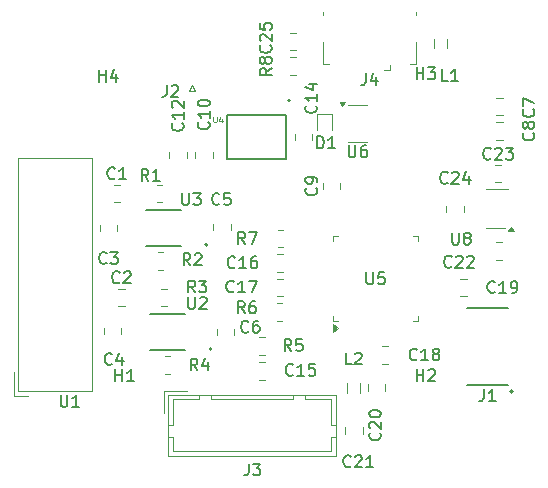
<source format=gbr>
%TF.GenerationSoftware,KiCad,Pcbnew,8.0.8*%
%TF.CreationDate,2025-04-15T16:12:00+02:00*%
%TF.ProjectId,gFocus,67466f63-7573-42e6-9b69-6361645f7063,rev?*%
%TF.SameCoordinates,Original*%
%TF.FileFunction,Legend,Top*%
%TF.FilePolarity,Positive*%
%FSLAX46Y46*%
G04 Gerber Fmt 4.6, Leading zero omitted, Abs format (unit mm)*
G04 Created by KiCad (PCBNEW 8.0.8) date 2025-04-15 16:12:00*
%MOMM*%
%LPD*%
G01*
G04 APERTURE LIST*
%ADD10C,0.150000*%
%ADD11C,0.120191*%
%ADD12C,0.100000*%
%ADD13C,0.120000*%
%ADD14C,0.127000*%
%ADD15C,0.200000*%
G04 APERTURE END LIST*
D10*
X127738095Y-107837319D02*
X127738095Y-108646842D01*
X127738095Y-108646842D02*
X127785714Y-108742080D01*
X127785714Y-108742080D02*
X127833333Y-108789700D01*
X127833333Y-108789700D02*
X127928571Y-108837319D01*
X127928571Y-108837319D02*
X128119047Y-108837319D01*
X128119047Y-108837319D02*
X128214285Y-108789700D01*
X128214285Y-108789700D02*
X128261904Y-108742080D01*
X128261904Y-108742080D02*
X128309523Y-108646842D01*
X128309523Y-108646842D02*
X128309523Y-107837319D01*
X129309523Y-108837319D02*
X128738095Y-108837319D01*
X129023809Y-108837319D02*
X129023809Y-107837319D01*
X129023809Y-107837319D02*
X128928571Y-107980176D01*
X128928571Y-107980176D02*
X128833333Y-108075414D01*
X128833333Y-108075414D02*
X128738095Y-108123033D01*
X149379580Y-90316666D02*
X149427200Y-90364285D01*
X149427200Y-90364285D02*
X149474819Y-90507142D01*
X149474819Y-90507142D02*
X149474819Y-90602380D01*
X149474819Y-90602380D02*
X149427200Y-90745237D01*
X149427200Y-90745237D02*
X149331961Y-90840475D01*
X149331961Y-90840475D02*
X149236723Y-90888094D01*
X149236723Y-90888094D02*
X149046247Y-90935713D01*
X149046247Y-90935713D02*
X148903390Y-90935713D01*
X148903390Y-90935713D02*
X148712914Y-90888094D01*
X148712914Y-90888094D02*
X148617676Y-90840475D01*
X148617676Y-90840475D02*
X148522438Y-90745237D01*
X148522438Y-90745237D02*
X148474819Y-90602380D01*
X148474819Y-90602380D02*
X148474819Y-90507142D01*
X148474819Y-90507142D02*
X148522438Y-90364285D01*
X148522438Y-90364285D02*
X148570057Y-90316666D01*
X149474819Y-89840475D02*
X149474819Y-89649999D01*
X149474819Y-89649999D02*
X149427200Y-89554761D01*
X149427200Y-89554761D02*
X149379580Y-89507142D01*
X149379580Y-89507142D02*
X149236723Y-89411904D01*
X149236723Y-89411904D02*
X149046247Y-89364285D01*
X149046247Y-89364285D02*
X148665295Y-89364285D01*
X148665295Y-89364285D02*
X148570057Y-89411904D01*
X148570057Y-89411904D02*
X148522438Y-89459523D01*
X148522438Y-89459523D02*
X148474819Y-89554761D01*
X148474819Y-89554761D02*
X148474819Y-89745237D01*
X148474819Y-89745237D02*
X148522438Y-89840475D01*
X148522438Y-89840475D02*
X148570057Y-89888094D01*
X148570057Y-89888094D02*
X148665295Y-89935713D01*
X148665295Y-89935713D02*
X148903390Y-89935713D01*
X148903390Y-89935713D02*
X148998628Y-89888094D01*
X148998628Y-89888094D02*
X149046247Y-89840475D01*
X149046247Y-89840475D02*
X149093866Y-89745237D01*
X149093866Y-89745237D02*
X149093866Y-89554761D01*
X149093866Y-89554761D02*
X149046247Y-89459523D01*
X149046247Y-89459523D02*
X148998628Y-89411904D01*
X148998628Y-89411904D02*
X148903390Y-89364285D01*
X167759580Y-83666666D02*
X167807200Y-83714285D01*
X167807200Y-83714285D02*
X167854819Y-83857142D01*
X167854819Y-83857142D02*
X167854819Y-83952380D01*
X167854819Y-83952380D02*
X167807200Y-84095237D01*
X167807200Y-84095237D02*
X167711961Y-84190475D01*
X167711961Y-84190475D02*
X167616723Y-84238094D01*
X167616723Y-84238094D02*
X167426247Y-84285713D01*
X167426247Y-84285713D02*
X167283390Y-84285713D01*
X167283390Y-84285713D02*
X167092914Y-84238094D01*
X167092914Y-84238094D02*
X166997676Y-84190475D01*
X166997676Y-84190475D02*
X166902438Y-84095237D01*
X166902438Y-84095237D02*
X166854819Y-83952380D01*
X166854819Y-83952380D02*
X166854819Y-83857142D01*
X166854819Y-83857142D02*
X166902438Y-83714285D01*
X166902438Y-83714285D02*
X166950057Y-83666666D01*
X166854819Y-83333332D02*
X166854819Y-82666666D01*
X166854819Y-82666666D02*
X167854819Y-83095237D01*
X145509580Y-78242857D02*
X145557200Y-78290476D01*
X145557200Y-78290476D02*
X145604819Y-78433333D01*
X145604819Y-78433333D02*
X145604819Y-78528571D01*
X145604819Y-78528571D02*
X145557200Y-78671428D01*
X145557200Y-78671428D02*
X145461961Y-78766666D01*
X145461961Y-78766666D02*
X145366723Y-78814285D01*
X145366723Y-78814285D02*
X145176247Y-78861904D01*
X145176247Y-78861904D02*
X145033390Y-78861904D01*
X145033390Y-78861904D02*
X144842914Y-78814285D01*
X144842914Y-78814285D02*
X144747676Y-78766666D01*
X144747676Y-78766666D02*
X144652438Y-78671428D01*
X144652438Y-78671428D02*
X144604819Y-78528571D01*
X144604819Y-78528571D02*
X144604819Y-78433333D01*
X144604819Y-78433333D02*
X144652438Y-78290476D01*
X144652438Y-78290476D02*
X144700057Y-78242857D01*
X144700057Y-77861904D02*
X144652438Y-77814285D01*
X144652438Y-77814285D02*
X144604819Y-77719047D01*
X144604819Y-77719047D02*
X144604819Y-77480952D01*
X144604819Y-77480952D02*
X144652438Y-77385714D01*
X144652438Y-77385714D02*
X144700057Y-77338095D01*
X144700057Y-77338095D02*
X144795295Y-77290476D01*
X144795295Y-77290476D02*
X144890533Y-77290476D01*
X144890533Y-77290476D02*
X145033390Y-77338095D01*
X145033390Y-77338095D02*
X145604819Y-77909523D01*
X145604819Y-77909523D02*
X145604819Y-77290476D01*
X144604819Y-76385714D02*
X144604819Y-76861904D01*
X144604819Y-76861904D02*
X145081009Y-76909523D01*
X145081009Y-76909523D02*
X145033390Y-76861904D01*
X145033390Y-76861904D02*
X144985771Y-76766666D01*
X144985771Y-76766666D02*
X144985771Y-76528571D01*
X144985771Y-76528571D02*
X145033390Y-76433333D01*
X145033390Y-76433333D02*
X145081009Y-76385714D01*
X145081009Y-76385714D02*
X145176247Y-76338095D01*
X145176247Y-76338095D02*
X145414342Y-76338095D01*
X145414342Y-76338095D02*
X145509580Y-76385714D01*
X145509580Y-76385714D02*
X145557200Y-76433333D01*
X145557200Y-76433333D02*
X145604819Y-76528571D01*
X145604819Y-76528571D02*
X145604819Y-76766666D01*
X145604819Y-76766666D02*
X145557200Y-76861904D01*
X145557200Y-76861904D02*
X145509580Y-76909523D01*
X145604819Y-80166666D02*
X145128628Y-80499999D01*
X145604819Y-80738094D02*
X144604819Y-80738094D01*
X144604819Y-80738094D02*
X144604819Y-80357142D01*
X144604819Y-80357142D02*
X144652438Y-80261904D01*
X144652438Y-80261904D02*
X144700057Y-80214285D01*
X144700057Y-80214285D02*
X144795295Y-80166666D01*
X144795295Y-80166666D02*
X144938152Y-80166666D01*
X144938152Y-80166666D02*
X145033390Y-80214285D01*
X145033390Y-80214285D02*
X145081009Y-80261904D01*
X145081009Y-80261904D02*
X145128628Y-80357142D01*
X145128628Y-80357142D02*
X145128628Y-80738094D01*
X145033390Y-79595237D02*
X144985771Y-79690475D01*
X144985771Y-79690475D02*
X144938152Y-79738094D01*
X144938152Y-79738094D02*
X144842914Y-79785713D01*
X144842914Y-79785713D02*
X144795295Y-79785713D01*
X144795295Y-79785713D02*
X144700057Y-79738094D01*
X144700057Y-79738094D02*
X144652438Y-79690475D01*
X144652438Y-79690475D02*
X144604819Y-79595237D01*
X144604819Y-79595237D02*
X144604819Y-79404761D01*
X144604819Y-79404761D02*
X144652438Y-79309523D01*
X144652438Y-79309523D02*
X144700057Y-79261904D01*
X144700057Y-79261904D02*
X144795295Y-79214285D01*
X144795295Y-79214285D02*
X144842914Y-79214285D01*
X144842914Y-79214285D02*
X144938152Y-79261904D01*
X144938152Y-79261904D02*
X144985771Y-79309523D01*
X144985771Y-79309523D02*
X145033390Y-79404761D01*
X145033390Y-79404761D02*
X145033390Y-79595237D01*
X145033390Y-79595237D02*
X145081009Y-79690475D01*
X145081009Y-79690475D02*
X145128628Y-79738094D01*
X145128628Y-79738094D02*
X145223866Y-79785713D01*
X145223866Y-79785713D02*
X145414342Y-79785713D01*
X145414342Y-79785713D02*
X145509580Y-79738094D01*
X145509580Y-79738094D02*
X145557200Y-79690475D01*
X145557200Y-79690475D02*
X145604819Y-79595237D01*
X145604819Y-79595237D02*
X145604819Y-79404761D01*
X145604819Y-79404761D02*
X145557200Y-79309523D01*
X145557200Y-79309523D02*
X145509580Y-79261904D01*
X145509580Y-79261904D02*
X145414342Y-79214285D01*
X145414342Y-79214285D02*
X145223866Y-79214285D01*
X145223866Y-79214285D02*
X145128628Y-79261904D01*
X145128628Y-79261904D02*
X145081009Y-79309523D01*
X145081009Y-79309523D02*
X145033390Y-79404761D01*
X157888095Y-106654819D02*
X157888095Y-105654819D01*
X157888095Y-106131009D02*
X158459523Y-106131009D01*
X158459523Y-106654819D02*
X158459523Y-105654819D01*
X158888095Y-105750057D02*
X158935714Y-105702438D01*
X158935714Y-105702438D02*
X159030952Y-105654819D01*
X159030952Y-105654819D02*
X159269047Y-105654819D01*
X159269047Y-105654819D02*
X159364285Y-105702438D01*
X159364285Y-105702438D02*
X159411904Y-105750057D01*
X159411904Y-105750057D02*
X159459523Y-105845295D01*
X159459523Y-105845295D02*
X159459523Y-105940533D01*
X159459523Y-105940533D02*
X159411904Y-106083390D01*
X159411904Y-106083390D02*
X158840476Y-106654819D01*
X158840476Y-106654819D02*
X159459523Y-106654819D01*
X141183333Y-91659580D02*
X141135714Y-91707200D01*
X141135714Y-91707200D02*
X140992857Y-91754819D01*
X140992857Y-91754819D02*
X140897619Y-91754819D01*
X140897619Y-91754819D02*
X140754762Y-91707200D01*
X140754762Y-91707200D02*
X140659524Y-91611961D01*
X140659524Y-91611961D02*
X140611905Y-91516723D01*
X140611905Y-91516723D02*
X140564286Y-91326247D01*
X140564286Y-91326247D02*
X140564286Y-91183390D01*
X140564286Y-91183390D02*
X140611905Y-90992914D01*
X140611905Y-90992914D02*
X140659524Y-90897676D01*
X140659524Y-90897676D02*
X140754762Y-90802438D01*
X140754762Y-90802438D02*
X140897619Y-90754819D01*
X140897619Y-90754819D02*
X140992857Y-90754819D01*
X140992857Y-90754819D02*
X141135714Y-90802438D01*
X141135714Y-90802438D02*
X141183333Y-90850057D01*
X142088095Y-90754819D02*
X141611905Y-90754819D01*
X141611905Y-90754819D02*
X141564286Y-91231009D01*
X141564286Y-91231009D02*
X141611905Y-91183390D01*
X141611905Y-91183390D02*
X141707143Y-91135771D01*
X141707143Y-91135771D02*
X141945238Y-91135771D01*
X141945238Y-91135771D02*
X142040476Y-91183390D01*
X142040476Y-91183390D02*
X142088095Y-91231009D01*
X142088095Y-91231009D02*
X142135714Y-91326247D01*
X142135714Y-91326247D02*
X142135714Y-91564342D01*
X142135714Y-91564342D02*
X142088095Y-91659580D01*
X142088095Y-91659580D02*
X142040476Y-91707200D01*
X142040476Y-91707200D02*
X141945238Y-91754819D01*
X141945238Y-91754819D02*
X141707143Y-91754819D01*
X141707143Y-91754819D02*
X141611905Y-91707200D01*
X141611905Y-91707200D02*
X141564286Y-91659580D01*
X140259580Y-84742857D02*
X140307200Y-84790476D01*
X140307200Y-84790476D02*
X140354819Y-84933333D01*
X140354819Y-84933333D02*
X140354819Y-85028571D01*
X140354819Y-85028571D02*
X140307200Y-85171428D01*
X140307200Y-85171428D02*
X140211961Y-85266666D01*
X140211961Y-85266666D02*
X140116723Y-85314285D01*
X140116723Y-85314285D02*
X139926247Y-85361904D01*
X139926247Y-85361904D02*
X139783390Y-85361904D01*
X139783390Y-85361904D02*
X139592914Y-85314285D01*
X139592914Y-85314285D02*
X139497676Y-85266666D01*
X139497676Y-85266666D02*
X139402438Y-85171428D01*
X139402438Y-85171428D02*
X139354819Y-85028571D01*
X139354819Y-85028571D02*
X139354819Y-84933333D01*
X139354819Y-84933333D02*
X139402438Y-84790476D01*
X139402438Y-84790476D02*
X139450057Y-84742857D01*
X140354819Y-83790476D02*
X140354819Y-84361904D01*
X140354819Y-84076190D02*
X139354819Y-84076190D01*
X139354819Y-84076190D02*
X139497676Y-84171428D01*
X139497676Y-84171428D02*
X139592914Y-84266666D01*
X139592914Y-84266666D02*
X139640533Y-84361904D01*
X139354819Y-83171428D02*
X139354819Y-83076190D01*
X139354819Y-83076190D02*
X139402438Y-82980952D01*
X139402438Y-82980952D02*
X139450057Y-82933333D01*
X139450057Y-82933333D02*
X139545295Y-82885714D01*
X139545295Y-82885714D02*
X139735771Y-82838095D01*
X139735771Y-82838095D02*
X139973866Y-82838095D01*
X139973866Y-82838095D02*
X140164342Y-82885714D01*
X140164342Y-82885714D02*
X140259580Y-82933333D01*
X140259580Y-82933333D02*
X140307200Y-82980952D01*
X140307200Y-82980952D02*
X140354819Y-83076190D01*
X140354819Y-83076190D02*
X140354819Y-83171428D01*
X140354819Y-83171428D02*
X140307200Y-83266666D01*
X140307200Y-83266666D02*
X140259580Y-83314285D01*
X140259580Y-83314285D02*
X140164342Y-83361904D01*
X140164342Y-83361904D02*
X139973866Y-83409523D01*
X139973866Y-83409523D02*
X139735771Y-83409523D01*
X139735771Y-83409523D02*
X139545295Y-83361904D01*
X139545295Y-83361904D02*
X139450057Y-83314285D01*
X139450057Y-83314285D02*
X139402438Y-83266666D01*
X139402438Y-83266666D02*
X139354819Y-83171428D01*
X138059580Y-84842857D02*
X138107200Y-84890476D01*
X138107200Y-84890476D02*
X138154819Y-85033333D01*
X138154819Y-85033333D02*
X138154819Y-85128571D01*
X138154819Y-85128571D02*
X138107200Y-85271428D01*
X138107200Y-85271428D02*
X138011961Y-85366666D01*
X138011961Y-85366666D02*
X137916723Y-85414285D01*
X137916723Y-85414285D02*
X137726247Y-85461904D01*
X137726247Y-85461904D02*
X137583390Y-85461904D01*
X137583390Y-85461904D02*
X137392914Y-85414285D01*
X137392914Y-85414285D02*
X137297676Y-85366666D01*
X137297676Y-85366666D02*
X137202438Y-85271428D01*
X137202438Y-85271428D02*
X137154819Y-85128571D01*
X137154819Y-85128571D02*
X137154819Y-85033333D01*
X137154819Y-85033333D02*
X137202438Y-84890476D01*
X137202438Y-84890476D02*
X137250057Y-84842857D01*
X138154819Y-83890476D02*
X138154819Y-84461904D01*
X138154819Y-84176190D02*
X137154819Y-84176190D01*
X137154819Y-84176190D02*
X137297676Y-84271428D01*
X137297676Y-84271428D02*
X137392914Y-84366666D01*
X137392914Y-84366666D02*
X137440533Y-84461904D01*
X137250057Y-83509523D02*
X137202438Y-83461904D01*
X137202438Y-83461904D02*
X137154819Y-83366666D01*
X137154819Y-83366666D02*
X137154819Y-83128571D01*
X137154819Y-83128571D02*
X137202438Y-83033333D01*
X137202438Y-83033333D02*
X137250057Y-82985714D01*
X137250057Y-82985714D02*
X137345295Y-82938095D01*
X137345295Y-82938095D02*
X137440533Y-82938095D01*
X137440533Y-82938095D02*
X137583390Y-82985714D01*
X137583390Y-82985714D02*
X138154819Y-83557142D01*
X138154819Y-83557142D02*
X138154819Y-82938095D01*
X143633333Y-102459580D02*
X143585714Y-102507200D01*
X143585714Y-102507200D02*
X143442857Y-102554819D01*
X143442857Y-102554819D02*
X143347619Y-102554819D01*
X143347619Y-102554819D02*
X143204762Y-102507200D01*
X143204762Y-102507200D02*
X143109524Y-102411961D01*
X143109524Y-102411961D02*
X143061905Y-102316723D01*
X143061905Y-102316723D02*
X143014286Y-102126247D01*
X143014286Y-102126247D02*
X143014286Y-101983390D01*
X143014286Y-101983390D02*
X143061905Y-101792914D01*
X143061905Y-101792914D02*
X143109524Y-101697676D01*
X143109524Y-101697676D02*
X143204762Y-101602438D01*
X143204762Y-101602438D02*
X143347619Y-101554819D01*
X143347619Y-101554819D02*
X143442857Y-101554819D01*
X143442857Y-101554819D02*
X143585714Y-101602438D01*
X143585714Y-101602438D02*
X143633333Y-101650057D01*
X144490476Y-101554819D02*
X144300000Y-101554819D01*
X144300000Y-101554819D02*
X144204762Y-101602438D01*
X144204762Y-101602438D02*
X144157143Y-101650057D01*
X144157143Y-101650057D02*
X144061905Y-101792914D01*
X144061905Y-101792914D02*
X144014286Y-101983390D01*
X144014286Y-101983390D02*
X144014286Y-102364342D01*
X144014286Y-102364342D02*
X144061905Y-102459580D01*
X144061905Y-102459580D02*
X144109524Y-102507200D01*
X144109524Y-102507200D02*
X144204762Y-102554819D01*
X144204762Y-102554819D02*
X144395238Y-102554819D01*
X144395238Y-102554819D02*
X144490476Y-102507200D01*
X144490476Y-102507200D02*
X144538095Y-102459580D01*
X144538095Y-102459580D02*
X144585714Y-102364342D01*
X144585714Y-102364342D02*
X144585714Y-102126247D01*
X144585714Y-102126247D02*
X144538095Y-102031009D01*
X144538095Y-102031009D02*
X144490476Y-101983390D01*
X144490476Y-101983390D02*
X144395238Y-101935771D01*
X144395238Y-101935771D02*
X144204762Y-101935771D01*
X144204762Y-101935771D02*
X144109524Y-101983390D01*
X144109524Y-101983390D02*
X144061905Y-102031009D01*
X144061905Y-102031009D02*
X144014286Y-102126247D01*
X164507142Y-99109580D02*
X164459523Y-99157200D01*
X164459523Y-99157200D02*
X164316666Y-99204819D01*
X164316666Y-99204819D02*
X164221428Y-99204819D01*
X164221428Y-99204819D02*
X164078571Y-99157200D01*
X164078571Y-99157200D02*
X163983333Y-99061961D01*
X163983333Y-99061961D02*
X163935714Y-98966723D01*
X163935714Y-98966723D02*
X163888095Y-98776247D01*
X163888095Y-98776247D02*
X163888095Y-98633390D01*
X163888095Y-98633390D02*
X163935714Y-98442914D01*
X163935714Y-98442914D02*
X163983333Y-98347676D01*
X163983333Y-98347676D02*
X164078571Y-98252438D01*
X164078571Y-98252438D02*
X164221428Y-98204819D01*
X164221428Y-98204819D02*
X164316666Y-98204819D01*
X164316666Y-98204819D02*
X164459523Y-98252438D01*
X164459523Y-98252438D02*
X164507142Y-98300057D01*
X165459523Y-99204819D02*
X164888095Y-99204819D01*
X165173809Y-99204819D02*
X165173809Y-98204819D01*
X165173809Y-98204819D02*
X165078571Y-98347676D01*
X165078571Y-98347676D02*
X164983333Y-98442914D01*
X164983333Y-98442914D02*
X164888095Y-98490533D01*
X165935714Y-99204819D02*
X166126190Y-99204819D01*
X166126190Y-99204819D02*
X166221428Y-99157200D01*
X166221428Y-99157200D02*
X166269047Y-99109580D01*
X166269047Y-99109580D02*
X166364285Y-98966723D01*
X166364285Y-98966723D02*
X166411904Y-98776247D01*
X166411904Y-98776247D02*
X166411904Y-98395295D01*
X166411904Y-98395295D02*
X166364285Y-98300057D01*
X166364285Y-98300057D02*
X166316666Y-98252438D01*
X166316666Y-98252438D02*
X166221428Y-98204819D01*
X166221428Y-98204819D02*
X166030952Y-98204819D01*
X166030952Y-98204819D02*
X165935714Y-98252438D01*
X165935714Y-98252438D02*
X165888095Y-98300057D01*
X165888095Y-98300057D02*
X165840476Y-98395295D01*
X165840476Y-98395295D02*
X165840476Y-98633390D01*
X165840476Y-98633390D02*
X165888095Y-98728628D01*
X165888095Y-98728628D02*
X165935714Y-98776247D01*
X165935714Y-98776247D02*
X166030952Y-98823866D01*
X166030952Y-98823866D02*
X166221428Y-98823866D01*
X166221428Y-98823866D02*
X166316666Y-98776247D01*
X166316666Y-98776247D02*
X166364285Y-98728628D01*
X166364285Y-98728628D02*
X166411904Y-98633390D01*
X160844642Y-96959580D02*
X160797023Y-97007200D01*
X160797023Y-97007200D02*
X160654166Y-97054819D01*
X160654166Y-97054819D02*
X160558928Y-97054819D01*
X160558928Y-97054819D02*
X160416071Y-97007200D01*
X160416071Y-97007200D02*
X160320833Y-96911961D01*
X160320833Y-96911961D02*
X160273214Y-96816723D01*
X160273214Y-96816723D02*
X160225595Y-96626247D01*
X160225595Y-96626247D02*
X160225595Y-96483390D01*
X160225595Y-96483390D02*
X160273214Y-96292914D01*
X160273214Y-96292914D02*
X160320833Y-96197676D01*
X160320833Y-96197676D02*
X160416071Y-96102438D01*
X160416071Y-96102438D02*
X160558928Y-96054819D01*
X160558928Y-96054819D02*
X160654166Y-96054819D01*
X160654166Y-96054819D02*
X160797023Y-96102438D01*
X160797023Y-96102438D02*
X160844642Y-96150057D01*
X161225595Y-96150057D02*
X161273214Y-96102438D01*
X161273214Y-96102438D02*
X161368452Y-96054819D01*
X161368452Y-96054819D02*
X161606547Y-96054819D01*
X161606547Y-96054819D02*
X161701785Y-96102438D01*
X161701785Y-96102438D02*
X161749404Y-96150057D01*
X161749404Y-96150057D02*
X161797023Y-96245295D01*
X161797023Y-96245295D02*
X161797023Y-96340533D01*
X161797023Y-96340533D02*
X161749404Y-96483390D01*
X161749404Y-96483390D02*
X161177976Y-97054819D01*
X161177976Y-97054819D02*
X161797023Y-97054819D01*
X162177976Y-96150057D02*
X162225595Y-96102438D01*
X162225595Y-96102438D02*
X162320833Y-96054819D01*
X162320833Y-96054819D02*
X162558928Y-96054819D01*
X162558928Y-96054819D02*
X162654166Y-96102438D01*
X162654166Y-96102438D02*
X162701785Y-96150057D01*
X162701785Y-96150057D02*
X162749404Y-96245295D01*
X162749404Y-96245295D02*
X162749404Y-96340533D01*
X162749404Y-96340533D02*
X162701785Y-96483390D01*
X162701785Y-96483390D02*
X162130357Y-97054819D01*
X162130357Y-97054819D02*
X162749404Y-97054819D01*
X142407142Y-99059580D02*
X142359523Y-99107200D01*
X142359523Y-99107200D02*
X142216666Y-99154819D01*
X142216666Y-99154819D02*
X142121428Y-99154819D01*
X142121428Y-99154819D02*
X141978571Y-99107200D01*
X141978571Y-99107200D02*
X141883333Y-99011961D01*
X141883333Y-99011961D02*
X141835714Y-98916723D01*
X141835714Y-98916723D02*
X141788095Y-98726247D01*
X141788095Y-98726247D02*
X141788095Y-98583390D01*
X141788095Y-98583390D02*
X141835714Y-98392914D01*
X141835714Y-98392914D02*
X141883333Y-98297676D01*
X141883333Y-98297676D02*
X141978571Y-98202438D01*
X141978571Y-98202438D02*
X142121428Y-98154819D01*
X142121428Y-98154819D02*
X142216666Y-98154819D01*
X142216666Y-98154819D02*
X142359523Y-98202438D01*
X142359523Y-98202438D02*
X142407142Y-98250057D01*
X143359523Y-99154819D02*
X142788095Y-99154819D01*
X143073809Y-99154819D02*
X143073809Y-98154819D01*
X143073809Y-98154819D02*
X142978571Y-98297676D01*
X142978571Y-98297676D02*
X142883333Y-98392914D01*
X142883333Y-98392914D02*
X142788095Y-98440533D01*
X143692857Y-98154819D02*
X144359523Y-98154819D01*
X144359523Y-98154819D02*
X143930952Y-99154819D01*
X164157142Y-87809580D02*
X164109523Y-87857200D01*
X164109523Y-87857200D02*
X163966666Y-87904819D01*
X163966666Y-87904819D02*
X163871428Y-87904819D01*
X163871428Y-87904819D02*
X163728571Y-87857200D01*
X163728571Y-87857200D02*
X163633333Y-87761961D01*
X163633333Y-87761961D02*
X163585714Y-87666723D01*
X163585714Y-87666723D02*
X163538095Y-87476247D01*
X163538095Y-87476247D02*
X163538095Y-87333390D01*
X163538095Y-87333390D02*
X163585714Y-87142914D01*
X163585714Y-87142914D02*
X163633333Y-87047676D01*
X163633333Y-87047676D02*
X163728571Y-86952438D01*
X163728571Y-86952438D02*
X163871428Y-86904819D01*
X163871428Y-86904819D02*
X163966666Y-86904819D01*
X163966666Y-86904819D02*
X164109523Y-86952438D01*
X164109523Y-86952438D02*
X164157142Y-87000057D01*
X164538095Y-87000057D02*
X164585714Y-86952438D01*
X164585714Y-86952438D02*
X164680952Y-86904819D01*
X164680952Y-86904819D02*
X164919047Y-86904819D01*
X164919047Y-86904819D02*
X165014285Y-86952438D01*
X165014285Y-86952438D02*
X165061904Y-87000057D01*
X165061904Y-87000057D02*
X165109523Y-87095295D01*
X165109523Y-87095295D02*
X165109523Y-87190533D01*
X165109523Y-87190533D02*
X165061904Y-87333390D01*
X165061904Y-87333390D02*
X164490476Y-87904819D01*
X164490476Y-87904819D02*
X165109523Y-87904819D01*
X165442857Y-86904819D02*
X166061904Y-86904819D01*
X166061904Y-86904819D02*
X165728571Y-87285771D01*
X165728571Y-87285771D02*
X165871428Y-87285771D01*
X165871428Y-87285771D02*
X165966666Y-87333390D01*
X165966666Y-87333390D02*
X166014285Y-87381009D01*
X166014285Y-87381009D02*
X166061904Y-87476247D01*
X166061904Y-87476247D02*
X166061904Y-87714342D01*
X166061904Y-87714342D02*
X166014285Y-87809580D01*
X166014285Y-87809580D02*
X165966666Y-87857200D01*
X165966666Y-87857200D02*
X165871428Y-87904819D01*
X165871428Y-87904819D02*
X165585714Y-87904819D01*
X165585714Y-87904819D02*
X165490476Y-87857200D01*
X165490476Y-87857200D02*
X165442857Y-87809580D01*
X143370833Y-95054819D02*
X143037500Y-94578628D01*
X142799405Y-95054819D02*
X142799405Y-94054819D01*
X142799405Y-94054819D02*
X143180357Y-94054819D01*
X143180357Y-94054819D02*
X143275595Y-94102438D01*
X143275595Y-94102438D02*
X143323214Y-94150057D01*
X143323214Y-94150057D02*
X143370833Y-94245295D01*
X143370833Y-94245295D02*
X143370833Y-94388152D01*
X143370833Y-94388152D02*
X143323214Y-94483390D01*
X143323214Y-94483390D02*
X143275595Y-94531009D01*
X143275595Y-94531009D02*
X143180357Y-94578628D01*
X143180357Y-94578628D02*
X142799405Y-94578628D01*
X143704167Y-94054819D02*
X144370833Y-94054819D01*
X144370833Y-94054819D02*
X143942262Y-95054819D01*
X139333333Y-105754819D02*
X139000000Y-105278628D01*
X138761905Y-105754819D02*
X138761905Y-104754819D01*
X138761905Y-104754819D02*
X139142857Y-104754819D01*
X139142857Y-104754819D02*
X139238095Y-104802438D01*
X139238095Y-104802438D02*
X139285714Y-104850057D01*
X139285714Y-104850057D02*
X139333333Y-104945295D01*
X139333333Y-104945295D02*
X139333333Y-105088152D01*
X139333333Y-105088152D02*
X139285714Y-105183390D01*
X139285714Y-105183390D02*
X139238095Y-105231009D01*
X139238095Y-105231009D02*
X139142857Y-105278628D01*
X139142857Y-105278628D02*
X138761905Y-105278628D01*
X140190476Y-105088152D02*
X140190476Y-105754819D01*
X139952381Y-104707200D02*
X139714286Y-105421485D01*
X139714286Y-105421485D02*
X140333333Y-105421485D01*
X149359580Y-83342857D02*
X149407200Y-83390476D01*
X149407200Y-83390476D02*
X149454819Y-83533333D01*
X149454819Y-83533333D02*
X149454819Y-83628571D01*
X149454819Y-83628571D02*
X149407200Y-83771428D01*
X149407200Y-83771428D02*
X149311961Y-83866666D01*
X149311961Y-83866666D02*
X149216723Y-83914285D01*
X149216723Y-83914285D02*
X149026247Y-83961904D01*
X149026247Y-83961904D02*
X148883390Y-83961904D01*
X148883390Y-83961904D02*
X148692914Y-83914285D01*
X148692914Y-83914285D02*
X148597676Y-83866666D01*
X148597676Y-83866666D02*
X148502438Y-83771428D01*
X148502438Y-83771428D02*
X148454819Y-83628571D01*
X148454819Y-83628571D02*
X148454819Y-83533333D01*
X148454819Y-83533333D02*
X148502438Y-83390476D01*
X148502438Y-83390476D02*
X148550057Y-83342857D01*
X149454819Y-82390476D02*
X149454819Y-82961904D01*
X149454819Y-82676190D02*
X148454819Y-82676190D01*
X148454819Y-82676190D02*
X148597676Y-82771428D01*
X148597676Y-82771428D02*
X148692914Y-82866666D01*
X148692914Y-82866666D02*
X148740533Y-82961904D01*
X148788152Y-81533333D02*
X149454819Y-81533333D01*
X148407200Y-81771428D02*
X149121485Y-82009523D01*
X149121485Y-82009523D02*
X149121485Y-81390476D01*
X153566666Y-80604819D02*
X153566666Y-81319104D01*
X153566666Y-81319104D02*
X153519047Y-81461961D01*
X153519047Y-81461961D02*
X153423809Y-81557200D01*
X153423809Y-81557200D02*
X153280952Y-81604819D01*
X153280952Y-81604819D02*
X153185714Y-81604819D01*
X154471428Y-80938152D02*
X154471428Y-81604819D01*
X154233333Y-80557200D02*
X153995238Y-81271485D01*
X153995238Y-81271485D02*
X154614285Y-81271485D01*
X131633333Y-96659580D02*
X131585714Y-96707200D01*
X131585714Y-96707200D02*
X131442857Y-96754819D01*
X131442857Y-96754819D02*
X131347619Y-96754819D01*
X131347619Y-96754819D02*
X131204762Y-96707200D01*
X131204762Y-96707200D02*
X131109524Y-96611961D01*
X131109524Y-96611961D02*
X131061905Y-96516723D01*
X131061905Y-96516723D02*
X131014286Y-96326247D01*
X131014286Y-96326247D02*
X131014286Y-96183390D01*
X131014286Y-96183390D02*
X131061905Y-95992914D01*
X131061905Y-95992914D02*
X131109524Y-95897676D01*
X131109524Y-95897676D02*
X131204762Y-95802438D01*
X131204762Y-95802438D02*
X131347619Y-95754819D01*
X131347619Y-95754819D02*
X131442857Y-95754819D01*
X131442857Y-95754819D02*
X131585714Y-95802438D01*
X131585714Y-95802438D02*
X131633333Y-95850057D01*
X131966667Y-95754819D02*
X132585714Y-95754819D01*
X132585714Y-95754819D02*
X132252381Y-96135771D01*
X132252381Y-96135771D02*
X132395238Y-96135771D01*
X132395238Y-96135771D02*
X132490476Y-96183390D01*
X132490476Y-96183390D02*
X132538095Y-96231009D01*
X132538095Y-96231009D02*
X132585714Y-96326247D01*
X132585714Y-96326247D02*
X132585714Y-96564342D01*
X132585714Y-96564342D02*
X132538095Y-96659580D01*
X132538095Y-96659580D02*
X132490476Y-96707200D01*
X132490476Y-96707200D02*
X132395238Y-96754819D01*
X132395238Y-96754819D02*
X132109524Y-96754819D01*
X132109524Y-96754819D02*
X132014286Y-96707200D01*
X132014286Y-96707200D02*
X131966667Y-96659580D01*
X142507142Y-97009580D02*
X142459523Y-97057200D01*
X142459523Y-97057200D02*
X142316666Y-97104819D01*
X142316666Y-97104819D02*
X142221428Y-97104819D01*
X142221428Y-97104819D02*
X142078571Y-97057200D01*
X142078571Y-97057200D02*
X141983333Y-96961961D01*
X141983333Y-96961961D02*
X141935714Y-96866723D01*
X141935714Y-96866723D02*
X141888095Y-96676247D01*
X141888095Y-96676247D02*
X141888095Y-96533390D01*
X141888095Y-96533390D02*
X141935714Y-96342914D01*
X141935714Y-96342914D02*
X141983333Y-96247676D01*
X141983333Y-96247676D02*
X142078571Y-96152438D01*
X142078571Y-96152438D02*
X142221428Y-96104819D01*
X142221428Y-96104819D02*
X142316666Y-96104819D01*
X142316666Y-96104819D02*
X142459523Y-96152438D01*
X142459523Y-96152438D02*
X142507142Y-96200057D01*
X143459523Y-97104819D02*
X142888095Y-97104819D01*
X143173809Y-97104819D02*
X143173809Y-96104819D01*
X143173809Y-96104819D02*
X143078571Y-96247676D01*
X143078571Y-96247676D02*
X142983333Y-96342914D01*
X142983333Y-96342914D02*
X142888095Y-96390533D01*
X144316666Y-96104819D02*
X144126190Y-96104819D01*
X144126190Y-96104819D02*
X144030952Y-96152438D01*
X144030952Y-96152438D02*
X143983333Y-96200057D01*
X143983333Y-96200057D02*
X143888095Y-96342914D01*
X143888095Y-96342914D02*
X143840476Y-96533390D01*
X143840476Y-96533390D02*
X143840476Y-96914342D01*
X143840476Y-96914342D02*
X143888095Y-97009580D01*
X143888095Y-97009580D02*
X143935714Y-97057200D01*
X143935714Y-97057200D02*
X144030952Y-97104819D01*
X144030952Y-97104819D02*
X144221428Y-97104819D01*
X144221428Y-97104819D02*
X144316666Y-97057200D01*
X144316666Y-97057200D02*
X144364285Y-97009580D01*
X144364285Y-97009580D02*
X144411904Y-96914342D01*
X144411904Y-96914342D02*
X144411904Y-96676247D01*
X144411904Y-96676247D02*
X144364285Y-96581009D01*
X144364285Y-96581009D02*
X144316666Y-96533390D01*
X144316666Y-96533390D02*
X144221428Y-96485771D01*
X144221428Y-96485771D02*
X144030952Y-96485771D01*
X144030952Y-96485771D02*
X143935714Y-96533390D01*
X143935714Y-96533390D02*
X143888095Y-96581009D01*
X143888095Y-96581009D02*
X143840476Y-96676247D01*
X138038095Y-90754819D02*
X138038095Y-91564342D01*
X138038095Y-91564342D02*
X138085714Y-91659580D01*
X138085714Y-91659580D02*
X138133333Y-91707200D01*
X138133333Y-91707200D02*
X138228571Y-91754819D01*
X138228571Y-91754819D02*
X138419047Y-91754819D01*
X138419047Y-91754819D02*
X138514285Y-91707200D01*
X138514285Y-91707200D02*
X138561904Y-91659580D01*
X138561904Y-91659580D02*
X138609523Y-91564342D01*
X138609523Y-91564342D02*
X138609523Y-90754819D01*
X138990476Y-90754819D02*
X139609523Y-90754819D01*
X139609523Y-90754819D02*
X139276190Y-91135771D01*
X139276190Y-91135771D02*
X139419047Y-91135771D01*
X139419047Y-91135771D02*
X139514285Y-91183390D01*
X139514285Y-91183390D02*
X139561904Y-91231009D01*
X139561904Y-91231009D02*
X139609523Y-91326247D01*
X139609523Y-91326247D02*
X139609523Y-91564342D01*
X139609523Y-91564342D02*
X139561904Y-91659580D01*
X139561904Y-91659580D02*
X139514285Y-91707200D01*
X139514285Y-91707200D02*
X139419047Y-91754819D01*
X139419047Y-91754819D02*
X139133333Y-91754819D01*
X139133333Y-91754819D02*
X139038095Y-91707200D01*
X139038095Y-91707200D02*
X138990476Y-91659580D01*
X152307142Y-113859580D02*
X152259523Y-113907200D01*
X152259523Y-113907200D02*
X152116666Y-113954819D01*
X152116666Y-113954819D02*
X152021428Y-113954819D01*
X152021428Y-113954819D02*
X151878571Y-113907200D01*
X151878571Y-113907200D02*
X151783333Y-113811961D01*
X151783333Y-113811961D02*
X151735714Y-113716723D01*
X151735714Y-113716723D02*
X151688095Y-113526247D01*
X151688095Y-113526247D02*
X151688095Y-113383390D01*
X151688095Y-113383390D02*
X151735714Y-113192914D01*
X151735714Y-113192914D02*
X151783333Y-113097676D01*
X151783333Y-113097676D02*
X151878571Y-113002438D01*
X151878571Y-113002438D02*
X152021428Y-112954819D01*
X152021428Y-112954819D02*
X152116666Y-112954819D01*
X152116666Y-112954819D02*
X152259523Y-113002438D01*
X152259523Y-113002438D02*
X152307142Y-113050057D01*
X152688095Y-113050057D02*
X152735714Y-113002438D01*
X152735714Y-113002438D02*
X152830952Y-112954819D01*
X152830952Y-112954819D02*
X153069047Y-112954819D01*
X153069047Y-112954819D02*
X153164285Y-113002438D01*
X153164285Y-113002438D02*
X153211904Y-113050057D01*
X153211904Y-113050057D02*
X153259523Y-113145295D01*
X153259523Y-113145295D02*
X153259523Y-113240533D01*
X153259523Y-113240533D02*
X153211904Y-113383390D01*
X153211904Y-113383390D02*
X152640476Y-113954819D01*
X152640476Y-113954819D02*
X153259523Y-113954819D01*
X154211904Y-113954819D02*
X153640476Y-113954819D01*
X153926190Y-113954819D02*
X153926190Y-112954819D01*
X153926190Y-112954819D02*
X153830952Y-113097676D01*
X153830952Y-113097676D02*
X153735714Y-113192914D01*
X153735714Y-113192914D02*
X153640476Y-113240533D01*
X132388095Y-106654819D02*
X132388095Y-105654819D01*
X132388095Y-106131009D02*
X132959523Y-106131009D01*
X132959523Y-106654819D02*
X132959523Y-105654819D01*
X133959523Y-106654819D02*
X133388095Y-106654819D01*
X133673809Y-106654819D02*
X133673809Y-105654819D01*
X133673809Y-105654819D02*
X133578571Y-105797676D01*
X133578571Y-105797676D02*
X133483333Y-105892914D01*
X133483333Y-105892914D02*
X133388095Y-105940533D01*
X152138095Y-86704819D02*
X152138095Y-87514342D01*
X152138095Y-87514342D02*
X152185714Y-87609580D01*
X152185714Y-87609580D02*
X152233333Y-87657200D01*
X152233333Y-87657200D02*
X152328571Y-87704819D01*
X152328571Y-87704819D02*
X152519047Y-87704819D01*
X152519047Y-87704819D02*
X152614285Y-87657200D01*
X152614285Y-87657200D02*
X152661904Y-87609580D01*
X152661904Y-87609580D02*
X152709523Y-87514342D01*
X152709523Y-87514342D02*
X152709523Y-86704819D01*
X153614285Y-86704819D02*
X153423809Y-86704819D01*
X153423809Y-86704819D02*
X153328571Y-86752438D01*
X153328571Y-86752438D02*
X153280952Y-86800057D01*
X153280952Y-86800057D02*
X153185714Y-86942914D01*
X153185714Y-86942914D02*
X153138095Y-87133390D01*
X153138095Y-87133390D02*
X153138095Y-87514342D01*
X153138095Y-87514342D02*
X153185714Y-87609580D01*
X153185714Y-87609580D02*
X153233333Y-87657200D01*
X153233333Y-87657200D02*
X153328571Y-87704819D01*
X153328571Y-87704819D02*
X153519047Y-87704819D01*
X153519047Y-87704819D02*
X153614285Y-87657200D01*
X153614285Y-87657200D02*
X153661904Y-87609580D01*
X153661904Y-87609580D02*
X153709523Y-87514342D01*
X153709523Y-87514342D02*
X153709523Y-87276247D01*
X153709523Y-87276247D02*
X153661904Y-87181009D01*
X153661904Y-87181009D02*
X153614285Y-87133390D01*
X153614285Y-87133390D02*
X153519047Y-87085771D01*
X153519047Y-87085771D02*
X153328571Y-87085771D01*
X153328571Y-87085771D02*
X153233333Y-87133390D01*
X153233333Y-87133390D02*
X153185714Y-87181009D01*
X153185714Y-87181009D02*
X153138095Y-87276247D01*
X132333333Y-89479580D02*
X132285714Y-89527200D01*
X132285714Y-89527200D02*
X132142857Y-89574819D01*
X132142857Y-89574819D02*
X132047619Y-89574819D01*
X132047619Y-89574819D02*
X131904762Y-89527200D01*
X131904762Y-89527200D02*
X131809524Y-89431961D01*
X131809524Y-89431961D02*
X131761905Y-89336723D01*
X131761905Y-89336723D02*
X131714286Y-89146247D01*
X131714286Y-89146247D02*
X131714286Y-89003390D01*
X131714286Y-89003390D02*
X131761905Y-88812914D01*
X131761905Y-88812914D02*
X131809524Y-88717676D01*
X131809524Y-88717676D02*
X131904762Y-88622438D01*
X131904762Y-88622438D02*
X132047619Y-88574819D01*
X132047619Y-88574819D02*
X132142857Y-88574819D01*
X132142857Y-88574819D02*
X132285714Y-88622438D01*
X132285714Y-88622438D02*
X132333333Y-88670057D01*
X133285714Y-89574819D02*
X132714286Y-89574819D01*
X133000000Y-89574819D02*
X133000000Y-88574819D01*
X133000000Y-88574819D02*
X132904762Y-88717676D01*
X132904762Y-88717676D02*
X132809524Y-88812914D01*
X132809524Y-88812914D02*
X132714286Y-88860533D01*
X135183333Y-89704819D02*
X134850000Y-89228628D01*
X134611905Y-89704819D02*
X134611905Y-88704819D01*
X134611905Y-88704819D02*
X134992857Y-88704819D01*
X134992857Y-88704819D02*
X135088095Y-88752438D01*
X135088095Y-88752438D02*
X135135714Y-88800057D01*
X135135714Y-88800057D02*
X135183333Y-88895295D01*
X135183333Y-88895295D02*
X135183333Y-89038152D01*
X135183333Y-89038152D02*
X135135714Y-89133390D01*
X135135714Y-89133390D02*
X135088095Y-89181009D01*
X135088095Y-89181009D02*
X134992857Y-89228628D01*
X134992857Y-89228628D02*
X134611905Y-89228628D01*
X136135714Y-89704819D02*
X135564286Y-89704819D01*
X135850000Y-89704819D02*
X135850000Y-88704819D01*
X135850000Y-88704819D02*
X135754762Y-88847676D01*
X135754762Y-88847676D02*
X135659524Y-88942914D01*
X135659524Y-88942914D02*
X135564286Y-88990533D01*
X167759580Y-85666666D02*
X167807200Y-85714285D01*
X167807200Y-85714285D02*
X167854819Y-85857142D01*
X167854819Y-85857142D02*
X167854819Y-85952380D01*
X167854819Y-85952380D02*
X167807200Y-86095237D01*
X167807200Y-86095237D02*
X167711961Y-86190475D01*
X167711961Y-86190475D02*
X167616723Y-86238094D01*
X167616723Y-86238094D02*
X167426247Y-86285713D01*
X167426247Y-86285713D02*
X167283390Y-86285713D01*
X167283390Y-86285713D02*
X167092914Y-86238094D01*
X167092914Y-86238094D02*
X166997676Y-86190475D01*
X166997676Y-86190475D02*
X166902438Y-86095237D01*
X166902438Y-86095237D02*
X166854819Y-85952380D01*
X166854819Y-85952380D02*
X166854819Y-85857142D01*
X166854819Y-85857142D02*
X166902438Y-85714285D01*
X166902438Y-85714285D02*
X166950057Y-85666666D01*
X167283390Y-85095237D02*
X167235771Y-85190475D01*
X167235771Y-85190475D02*
X167188152Y-85238094D01*
X167188152Y-85238094D02*
X167092914Y-85285713D01*
X167092914Y-85285713D02*
X167045295Y-85285713D01*
X167045295Y-85285713D02*
X166950057Y-85238094D01*
X166950057Y-85238094D02*
X166902438Y-85190475D01*
X166902438Y-85190475D02*
X166854819Y-85095237D01*
X166854819Y-85095237D02*
X166854819Y-84904761D01*
X166854819Y-84904761D02*
X166902438Y-84809523D01*
X166902438Y-84809523D02*
X166950057Y-84761904D01*
X166950057Y-84761904D02*
X167045295Y-84714285D01*
X167045295Y-84714285D02*
X167092914Y-84714285D01*
X167092914Y-84714285D02*
X167188152Y-84761904D01*
X167188152Y-84761904D02*
X167235771Y-84809523D01*
X167235771Y-84809523D02*
X167283390Y-84904761D01*
X167283390Y-84904761D02*
X167283390Y-85095237D01*
X167283390Y-85095237D02*
X167331009Y-85190475D01*
X167331009Y-85190475D02*
X167378628Y-85238094D01*
X167378628Y-85238094D02*
X167473866Y-85285713D01*
X167473866Y-85285713D02*
X167664342Y-85285713D01*
X167664342Y-85285713D02*
X167759580Y-85238094D01*
X167759580Y-85238094D02*
X167807200Y-85190475D01*
X167807200Y-85190475D02*
X167854819Y-85095237D01*
X167854819Y-85095237D02*
X167854819Y-84904761D01*
X167854819Y-84904761D02*
X167807200Y-84809523D01*
X167807200Y-84809523D02*
X167759580Y-84761904D01*
X167759580Y-84761904D02*
X167664342Y-84714285D01*
X167664342Y-84714285D02*
X167473866Y-84714285D01*
X167473866Y-84714285D02*
X167378628Y-84761904D01*
X167378628Y-84761904D02*
X167331009Y-84809523D01*
X167331009Y-84809523D02*
X167283390Y-84904761D01*
X154759580Y-111042857D02*
X154807200Y-111090476D01*
X154807200Y-111090476D02*
X154854819Y-111233333D01*
X154854819Y-111233333D02*
X154854819Y-111328571D01*
X154854819Y-111328571D02*
X154807200Y-111471428D01*
X154807200Y-111471428D02*
X154711961Y-111566666D01*
X154711961Y-111566666D02*
X154616723Y-111614285D01*
X154616723Y-111614285D02*
X154426247Y-111661904D01*
X154426247Y-111661904D02*
X154283390Y-111661904D01*
X154283390Y-111661904D02*
X154092914Y-111614285D01*
X154092914Y-111614285D02*
X153997676Y-111566666D01*
X153997676Y-111566666D02*
X153902438Y-111471428D01*
X153902438Y-111471428D02*
X153854819Y-111328571D01*
X153854819Y-111328571D02*
X153854819Y-111233333D01*
X153854819Y-111233333D02*
X153902438Y-111090476D01*
X153902438Y-111090476D02*
X153950057Y-111042857D01*
X153950057Y-110661904D02*
X153902438Y-110614285D01*
X153902438Y-110614285D02*
X153854819Y-110519047D01*
X153854819Y-110519047D02*
X153854819Y-110280952D01*
X153854819Y-110280952D02*
X153902438Y-110185714D01*
X153902438Y-110185714D02*
X153950057Y-110138095D01*
X153950057Y-110138095D02*
X154045295Y-110090476D01*
X154045295Y-110090476D02*
X154140533Y-110090476D01*
X154140533Y-110090476D02*
X154283390Y-110138095D01*
X154283390Y-110138095D02*
X154854819Y-110709523D01*
X154854819Y-110709523D02*
X154854819Y-110090476D01*
X153854819Y-109471428D02*
X153854819Y-109376190D01*
X153854819Y-109376190D02*
X153902438Y-109280952D01*
X153902438Y-109280952D02*
X153950057Y-109233333D01*
X153950057Y-109233333D02*
X154045295Y-109185714D01*
X154045295Y-109185714D02*
X154235771Y-109138095D01*
X154235771Y-109138095D02*
X154473866Y-109138095D01*
X154473866Y-109138095D02*
X154664342Y-109185714D01*
X154664342Y-109185714D02*
X154759580Y-109233333D01*
X154759580Y-109233333D02*
X154807200Y-109280952D01*
X154807200Y-109280952D02*
X154854819Y-109376190D01*
X154854819Y-109376190D02*
X154854819Y-109471428D01*
X154854819Y-109471428D02*
X154807200Y-109566666D01*
X154807200Y-109566666D02*
X154759580Y-109614285D01*
X154759580Y-109614285D02*
X154664342Y-109661904D01*
X154664342Y-109661904D02*
X154473866Y-109709523D01*
X154473866Y-109709523D02*
X154235771Y-109709523D01*
X154235771Y-109709523D02*
X154045295Y-109661904D01*
X154045295Y-109661904D02*
X153950057Y-109614285D01*
X153950057Y-109614285D02*
X153902438Y-109566666D01*
X153902438Y-109566666D02*
X153854819Y-109471428D01*
X157888095Y-81104819D02*
X157888095Y-80104819D01*
X157888095Y-80581009D02*
X158459523Y-80581009D01*
X158459523Y-81104819D02*
X158459523Y-80104819D01*
X158840476Y-80104819D02*
X159459523Y-80104819D01*
X159459523Y-80104819D02*
X159126190Y-80485771D01*
X159126190Y-80485771D02*
X159269047Y-80485771D01*
X159269047Y-80485771D02*
X159364285Y-80533390D01*
X159364285Y-80533390D02*
X159411904Y-80581009D01*
X159411904Y-80581009D02*
X159459523Y-80676247D01*
X159459523Y-80676247D02*
X159459523Y-80914342D01*
X159459523Y-80914342D02*
X159411904Y-81009580D01*
X159411904Y-81009580D02*
X159364285Y-81057200D01*
X159364285Y-81057200D02*
X159269047Y-81104819D01*
X159269047Y-81104819D02*
X158983333Y-81104819D01*
X158983333Y-81104819D02*
X158888095Y-81057200D01*
X158888095Y-81057200D02*
X158840476Y-81009580D01*
X160507142Y-89859580D02*
X160459523Y-89907200D01*
X160459523Y-89907200D02*
X160316666Y-89954819D01*
X160316666Y-89954819D02*
X160221428Y-89954819D01*
X160221428Y-89954819D02*
X160078571Y-89907200D01*
X160078571Y-89907200D02*
X159983333Y-89811961D01*
X159983333Y-89811961D02*
X159935714Y-89716723D01*
X159935714Y-89716723D02*
X159888095Y-89526247D01*
X159888095Y-89526247D02*
X159888095Y-89383390D01*
X159888095Y-89383390D02*
X159935714Y-89192914D01*
X159935714Y-89192914D02*
X159983333Y-89097676D01*
X159983333Y-89097676D02*
X160078571Y-89002438D01*
X160078571Y-89002438D02*
X160221428Y-88954819D01*
X160221428Y-88954819D02*
X160316666Y-88954819D01*
X160316666Y-88954819D02*
X160459523Y-89002438D01*
X160459523Y-89002438D02*
X160507142Y-89050057D01*
X160888095Y-89050057D02*
X160935714Y-89002438D01*
X160935714Y-89002438D02*
X161030952Y-88954819D01*
X161030952Y-88954819D02*
X161269047Y-88954819D01*
X161269047Y-88954819D02*
X161364285Y-89002438D01*
X161364285Y-89002438D02*
X161411904Y-89050057D01*
X161411904Y-89050057D02*
X161459523Y-89145295D01*
X161459523Y-89145295D02*
X161459523Y-89240533D01*
X161459523Y-89240533D02*
X161411904Y-89383390D01*
X161411904Y-89383390D02*
X160840476Y-89954819D01*
X160840476Y-89954819D02*
X161459523Y-89954819D01*
X162316666Y-89288152D02*
X162316666Y-89954819D01*
X162078571Y-88907200D02*
X161840476Y-89621485D01*
X161840476Y-89621485D02*
X162459523Y-89621485D01*
X132733333Y-98279580D02*
X132685714Y-98327200D01*
X132685714Y-98327200D02*
X132542857Y-98374819D01*
X132542857Y-98374819D02*
X132447619Y-98374819D01*
X132447619Y-98374819D02*
X132304762Y-98327200D01*
X132304762Y-98327200D02*
X132209524Y-98231961D01*
X132209524Y-98231961D02*
X132161905Y-98136723D01*
X132161905Y-98136723D02*
X132114286Y-97946247D01*
X132114286Y-97946247D02*
X132114286Y-97803390D01*
X132114286Y-97803390D02*
X132161905Y-97612914D01*
X132161905Y-97612914D02*
X132209524Y-97517676D01*
X132209524Y-97517676D02*
X132304762Y-97422438D01*
X132304762Y-97422438D02*
X132447619Y-97374819D01*
X132447619Y-97374819D02*
X132542857Y-97374819D01*
X132542857Y-97374819D02*
X132685714Y-97422438D01*
X132685714Y-97422438D02*
X132733333Y-97470057D01*
X133114286Y-97470057D02*
X133161905Y-97422438D01*
X133161905Y-97422438D02*
X133257143Y-97374819D01*
X133257143Y-97374819D02*
X133495238Y-97374819D01*
X133495238Y-97374819D02*
X133590476Y-97422438D01*
X133590476Y-97422438D02*
X133638095Y-97470057D01*
X133638095Y-97470057D02*
X133685714Y-97565295D01*
X133685714Y-97565295D02*
X133685714Y-97660533D01*
X133685714Y-97660533D02*
X133638095Y-97803390D01*
X133638095Y-97803390D02*
X133066667Y-98374819D01*
X133066667Y-98374819D02*
X133685714Y-98374819D01*
X143666666Y-113654819D02*
X143666666Y-114369104D01*
X143666666Y-114369104D02*
X143619047Y-114511961D01*
X143619047Y-114511961D02*
X143523809Y-114607200D01*
X143523809Y-114607200D02*
X143380952Y-114654819D01*
X143380952Y-114654819D02*
X143285714Y-114654819D01*
X144047619Y-113654819D02*
X144666666Y-113654819D01*
X144666666Y-113654819D02*
X144333333Y-114035771D01*
X144333333Y-114035771D02*
X144476190Y-114035771D01*
X144476190Y-114035771D02*
X144571428Y-114083390D01*
X144571428Y-114083390D02*
X144619047Y-114131009D01*
X144619047Y-114131009D02*
X144666666Y-114226247D01*
X144666666Y-114226247D02*
X144666666Y-114464342D01*
X144666666Y-114464342D02*
X144619047Y-114559580D01*
X144619047Y-114559580D02*
X144571428Y-114607200D01*
X144571428Y-114607200D02*
X144476190Y-114654819D01*
X144476190Y-114654819D02*
X144190476Y-114654819D01*
X144190476Y-114654819D02*
X144095238Y-114607200D01*
X144095238Y-114607200D02*
X144047619Y-114559580D01*
X130988095Y-81304819D02*
X130988095Y-80304819D01*
X130988095Y-80781009D02*
X131559523Y-80781009D01*
X131559523Y-81304819D02*
X131559523Y-80304819D01*
X132464285Y-80638152D02*
X132464285Y-81304819D01*
X132226190Y-80257200D02*
X131988095Y-80971485D01*
X131988095Y-80971485D02*
X132607142Y-80971485D01*
X153638095Y-97454819D02*
X153638095Y-98264342D01*
X153638095Y-98264342D02*
X153685714Y-98359580D01*
X153685714Y-98359580D02*
X153733333Y-98407200D01*
X153733333Y-98407200D02*
X153828571Y-98454819D01*
X153828571Y-98454819D02*
X154019047Y-98454819D01*
X154019047Y-98454819D02*
X154114285Y-98407200D01*
X154114285Y-98407200D02*
X154161904Y-98359580D01*
X154161904Y-98359580D02*
X154209523Y-98264342D01*
X154209523Y-98264342D02*
X154209523Y-97454819D01*
X155161904Y-97454819D02*
X154685714Y-97454819D01*
X154685714Y-97454819D02*
X154638095Y-97931009D01*
X154638095Y-97931009D02*
X154685714Y-97883390D01*
X154685714Y-97883390D02*
X154780952Y-97835771D01*
X154780952Y-97835771D02*
X155019047Y-97835771D01*
X155019047Y-97835771D02*
X155114285Y-97883390D01*
X155114285Y-97883390D02*
X155161904Y-97931009D01*
X155161904Y-97931009D02*
X155209523Y-98026247D01*
X155209523Y-98026247D02*
X155209523Y-98264342D01*
X155209523Y-98264342D02*
X155161904Y-98359580D01*
X155161904Y-98359580D02*
X155114285Y-98407200D01*
X155114285Y-98407200D02*
X155019047Y-98454819D01*
X155019047Y-98454819D02*
X154780952Y-98454819D01*
X154780952Y-98454819D02*
X154685714Y-98407200D01*
X154685714Y-98407200D02*
X154638095Y-98359580D01*
X157907142Y-104809580D02*
X157859523Y-104857200D01*
X157859523Y-104857200D02*
X157716666Y-104904819D01*
X157716666Y-104904819D02*
X157621428Y-104904819D01*
X157621428Y-104904819D02*
X157478571Y-104857200D01*
X157478571Y-104857200D02*
X157383333Y-104761961D01*
X157383333Y-104761961D02*
X157335714Y-104666723D01*
X157335714Y-104666723D02*
X157288095Y-104476247D01*
X157288095Y-104476247D02*
X157288095Y-104333390D01*
X157288095Y-104333390D02*
X157335714Y-104142914D01*
X157335714Y-104142914D02*
X157383333Y-104047676D01*
X157383333Y-104047676D02*
X157478571Y-103952438D01*
X157478571Y-103952438D02*
X157621428Y-103904819D01*
X157621428Y-103904819D02*
X157716666Y-103904819D01*
X157716666Y-103904819D02*
X157859523Y-103952438D01*
X157859523Y-103952438D02*
X157907142Y-104000057D01*
X158859523Y-104904819D02*
X158288095Y-104904819D01*
X158573809Y-104904819D02*
X158573809Y-103904819D01*
X158573809Y-103904819D02*
X158478571Y-104047676D01*
X158478571Y-104047676D02*
X158383333Y-104142914D01*
X158383333Y-104142914D02*
X158288095Y-104190533D01*
X159430952Y-104333390D02*
X159335714Y-104285771D01*
X159335714Y-104285771D02*
X159288095Y-104238152D01*
X159288095Y-104238152D02*
X159240476Y-104142914D01*
X159240476Y-104142914D02*
X159240476Y-104095295D01*
X159240476Y-104095295D02*
X159288095Y-104000057D01*
X159288095Y-104000057D02*
X159335714Y-103952438D01*
X159335714Y-103952438D02*
X159430952Y-103904819D01*
X159430952Y-103904819D02*
X159621428Y-103904819D01*
X159621428Y-103904819D02*
X159716666Y-103952438D01*
X159716666Y-103952438D02*
X159764285Y-104000057D01*
X159764285Y-104000057D02*
X159811904Y-104095295D01*
X159811904Y-104095295D02*
X159811904Y-104142914D01*
X159811904Y-104142914D02*
X159764285Y-104238152D01*
X159764285Y-104238152D02*
X159716666Y-104285771D01*
X159716666Y-104285771D02*
X159621428Y-104333390D01*
X159621428Y-104333390D02*
X159430952Y-104333390D01*
X159430952Y-104333390D02*
X159335714Y-104381009D01*
X159335714Y-104381009D02*
X159288095Y-104428628D01*
X159288095Y-104428628D02*
X159240476Y-104523866D01*
X159240476Y-104523866D02*
X159240476Y-104714342D01*
X159240476Y-104714342D02*
X159288095Y-104809580D01*
X159288095Y-104809580D02*
X159335714Y-104857200D01*
X159335714Y-104857200D02*
X159430952Y-104904819D01*
X159430952Y-104904819D02*
X159621428Y-104904819D01*
X159621428Y-104904819D02*
X159716666Y-104857200D01*
X159716666Y-104857200D02*
X159764285Y-104809580D01*
X159764285Y-104809580D02*
X159811904Y-104714342D01*
X159811904Y-104714342D02*
X159811904Y-104523866D01*
X159811904Y-104523866D02*
X159764285Y-104428628D01*
X159764285Y-104428628D02*
X159716666Y-104381009D01*
X159716666Y-104381009D02*
X159621428Y-104333390D01*
X163566666Y-107354819D02*
X163566666Y-108069104D01*
X163566666Y-108069104D02*
X163519047Y-108211961D01*
X163519047Y-108211961D02*
X163423809Y-108307200D01*
X163423809Y-108307200D02*
X163280952Y-108354819D01*
X163280952Y-108354819D02*
X163185714Y-108354819D01*
X164566666Y-108354819D02*
X163995238Y-108354819D01*
X164280952Y-108354819D02*
X164280952Y-107354819D01*
X164280952Y-107354819D02*
X164185714Y-107497676D01*
X164185714Y-107497676D02*
X164090476Y-107592914D01*
X164090476Y-107592914D02*
X163995238Y-107640533D01*
X138733333Y-96854819D02*
X138400000Y-96378628D01*
X138161905Y-96854819D02*
X138161905Y-95854819D01*
X138161905Y-95854819D02*
X138542857Y-95854819D01*
X138542857Y-95854819D02*
X138638095Y-95902438D01*
X138638095Y-95902438D02*
X138685714Y-95950057D01*
X138685714Y-95950057D02*
X138733333Y-96045295D01*
X138733333Y-96045295D02*
X138733333Y-96188152D01*
X138733333Y-96188152D02*
X138685714Y-96283390D01*
X138685714Y-96283390D02*
X138638095Y-96331009D01*
X138638095Y-96331009D02*
X138542857Y-96378628D01*
X138542857Y-96378628D02*
X138161905Y-96378628D01*
X139114286Y-95950057D02*
X139161905Y-95902438D01*
X139161905Y-95902438D02*
X139257143Y-95854819D01*
X139257143Y-95854819D02*
X139495238Y-95854819D01*
X139495238Y-95854819D02*
X139590476Y-95902438D01*
X139590476Y-95902438D02*
X139638095Y-95950057D01*
X139638095Y-95950057D02*
X139685714Y-96045295D01*
X139685714Y-96045295D02*
X139685714Y-96140533D01*
X139685714Y-96140533D02*
X139638095Y-96283390D01*
X139638095Y-96283390D02*
X139066667Y-96854819D01*
X139066667Y-96854819D02*
X139685714Y-96854819D01*
X149461905Y-86954819D02*
X149461905Y-85954819D01*
X149461905Y-85954819D02*
X149700000Y-85954819D01*
X149700000Y-85954819D02*
X149842857Y-86002438D01*
X149842857Y-86002438D02*
X149938095Y-86097676D01*
X149938095Y-86097676D02*
X149985714Y-86192914D01*
X149985714Y-86192914D02*
X150033333Y-86383390D01*
X150033333Y-86383390D02*
X150033333Y-86526247D01*
X150033333Y-86526247D02*
X149985714Y-86716723D01*
X149985714Y-86716723D02*
X149938095Y-86811961D01*
X149938095Y-86811961D02*
X149842857Y-86907200D01*
X149842857Y-86907200D02*
X149700000Y-86954819D01*
X149700000Y-86954819D02*
X149461905Y-86954819D01*
X150985714Y-86954819D02*
X150414286Y-86954819D01*
X150700000Y-86954819D02*
X150700000Y-85954819D01*
X150700000Y-85954819D02*
X150604762Y-86097676D01*
X150604762Y-86097676D02*
X150509524Y-86192914D01*
X150509524Y-86192914D02*
X150414286Y-86240533D01*
D11*
X140683705Y-84285398D02*
X140683705Y-84674586D01*
X140683705Y-84674586D02*
X140706598Y-84720373D01*
X140706598Y-84720373D02*
X140729492Y-84743267D01*
X140729492Y-84743267D02*
X140775278Y-84766160D01*
X140775278Y-84766160D02*
X140866852Y-84766160D01*
X140866852Y-84766160D02*
X140912639Y-84743267D01*
X140912639Y-84743267D02*
X140935532Y-84720373D01*
X140935532Y-84720373D02*
X140958426Y-84674586D01*
X140958426Y-84674586D02*
X140958426Y-84285398D01*
X141393401Y-84445652D02*
X141393401Y-84766160D01*
X141278933Y-84262505D02*
X141164466Y-84605906D01*
X141164466Y-84605906D02*
X141462081Y-84605906D01*
D10*
X143333333Y-100904819D02*
X143000000Y-100428628D01*
X142761905Y-100904819D02*
X142761905Y-99904819D01*
X142761905Y-99904819D02*
X143142857Y-99904819D01*
X143142857Y-99904819D02*
X143238095Y-99952438D01*
X143238095Y-99952438D02*
X143285714Y-100000057D01*
X143285714Y-100000057D02*
X143333333Y-100095295D01*
X143333333Y-100095295D02*
X143333333Y-100238152D01*
X143333333Y-100238152D02*
X143285714Y-100333390D01*
X143285714Y-100333390D02*
X143238095Y-100381009D01*
X143238095Y-100381009D02*
X143142857Y-100428628D01*
X143142857Y-100428628D02*
X142761905Y-100428628D01*
X144190476Y-99904819D02*
X144000000Y-99904819D01*
X144000000Y-99904819D02*
X143904762Y-99952438D01*
X143904762Y-99952438D02*
X143857143Y-100000057D01*
X143857143Y-100000057D02*
X143761905Y-100142914D01*
X143761905Y-100142914D02*
X143714286Y-100333390D01*
X143714286Y-100333390D02*
X143714286Y-100714342D01*
X143714286Y-100714342D02*
X143761905Y-100809580D01*
X143761905Y-100809580D02*
X143809524Y-100857200D01*
X143809524Y-100857200D02*
X143904762Y-100904819D01*
X143904762Y-100904819D02*
X144095238Y-100904819D01*
X144095238Y-100904819D02*
X144190476Y-100857200D01*
X144190476Y-100857200D02*
X144238095Y-100809580D01*
X144238095Y-100809580D02*
X144285714Y-100714342D01*
X144285714Y-100714342D02*
X144285714Y-100476247D01*
X144285714Y-100476247D02*
X144238095Y-100381009D01*
X144238095Y-100381009D02*
X144190476Y-100333390D01*
X144190476Y-100333390D02*
X144095238Y-100285771D01*
X144095238Y-100285771D02*
X143904762Y-100285771D01*
X143904762Y-100285771D02*
X143809524Y-100333390D01*
X143809524Y-100333390D02*
X143761905Y-100381009D01*
X143761905Y-100381009D02*
X143714286Y-100476247D01*
X132083333Y-105209580D02*
X132035714Y-105257200D01*
X132035714Y-105257200D02*
X131892857Y-105304819D01*
X131892857Y-105304819D02*
X131797619Y-105304819D01*
X131797619Y-105304819D02*
X131654762Y-105257200D01*
X131654762Y-105257200D02*
X131559524Y-105161961D01*
X131559524Y-105161961D02*
X131511905Y-105066723D01*
X131511905Y-105066723D02*
X131464286Y-104876247D01*
X131464286Y-104876247D02*
X131464286Y-104733390D01*
X131464286Y-104733390D02*
X131511905Y-104542914D01*
X131511905Y-104542914D02*
X131559524Y-104447676D01*
X131559524Y-104447676D02*
X131654762Y-104352438D01*
X131654762Y-104352438D02*
X131797619Y-104304819D01*
X131797619Y-104304819D02*
X131892857Y-104304819D01*
X131892857Y-104304819D02*
X132035714Y-104352438D01*
X132035714Y-104352438D02*
X132083333Y-104400057D01*
X132940476Y-104638152D02*
X132940476Y-105304819D01*
X132702381Y-104257200D02*
X132464286Y-104971485D01*
X132464286Y-104971485D02*
X133083333Y-104971485D01*
X147283333Y-104104819D02*
X146950000Y-103628628D01*
X146711905Y-104104819D02*
X146711905Y-103104819D01*
X146711905Y-103104819D02*
X147092857Y-103104819D01*
X147092857Y-103104819D02*
X147188095Y-103152438D01*
X147188095Y-103152438D02*
X147235714Y-103200057D01*
X147235714Y-103200057D02*
X147283333Y-103295295D01*
X147283333Y-103295295D02*
X147283333Y-103438152D01*
X147283333Y-103438152D02*
X147235714Y-103533390D01*
X147235714Y-103533390D02*
X147188095Y-103581009D01*
X147188095Y-103581009D02*
X147092857Y-103628628D01*
X147092857Y-103628628D02*
X146711905Y-103628628D01*
X148188095Y-103104819D02*
X147711905Y-103104819D01*
X147711905Y-103104819D02*
X147664286Y-103581009D01*
X147664286Y-103581009D02*
X147711905Y-103533390D01*
X147711905Y-103533390D02*
X147807143Y-103485771D01*
X147807143Y-103485771D02*
X148045238Y-103485771D01*
X148045238Y-103485771D02*
X148140476Y-103533390D01*
X148140476Y-103533390D02*
X148188095Y-103581009D01*
X148188095Y-103581009D02*
X148235714Y-103676247D01*
X148235714Y-103676247D02*
X148235714Y-103914342D01*
X148235714Y-103914342D02*
X148188095Y-104009580D01*
X148188095Y-104009580D02*
X148140476Y-104057200D01*
X148140476Y-104057200D02*
X148045238Y-104104819D01*
X148045238Y-104104819D02*
X147807143Y-104104819D01*
X147807143Y-104104819D02*
X147711905Y-104057200D01*
X147711905Y-104057200D02*
X147664286Y-104009580D01*
X152383333Y-105254819D02*
X151907143Y-105254819D01*
X151907143Y-105254819D02*
X151907143Y-104254819D01*
X152669048Y-104350057D02*
X152716667Y-104302438D01*
X152716667Y-104302438D02*
X152811905Y-104254819D01*
X152811905Y-104254819D02*
X153050000Y-104254819D01*
X153050000Y-104254819D02*
X153145238Y-104302438D01*
X153145238Y-104302438D02*
X153192857Y-104350057D01*
X153192857Y-104350057D02*
X153240476Y-104445295D01*
X153240476Y-104445295D02*
X153240476Y-104540533D01*
X153240476Y-104540533D02*
X153192857Y-104683390D01*
X153192857Y-104683390D02*
X152621429Y-105254819D01*
X152621429Y-105254819D02*
X153240476Y-105254819D01*
X160888095Y-94104819D02*
X160888095Y-94914342D01*
X160888095Y-94914342D02*
X160935714Y-95009580D01*
X160935714Y-95009580D02*
X160983333Y-95057200D01*
X160983333Y-95057200D02*
X161078571Y-95104819D01*
X161078571Y-95104819D02*
X161269047Y-95104819D01*
X161269047Y-95104819D02*
X161364285Y-95057200D01*
X161364285Y-95057200D02*
X161411904Y-95009580D01*
X161411904Y-95009580D02*
X161459523Y-94914342D01*
X161459523Y-94914342D02*
X161459523Y-94104819D01*
X162078571Y-94533390D02*
X161983333Y-94485771D01*
X161983333Y-94485771D02*
X161935714Y-94438152D01*
X161935714Y-94438152D02*
X161888095Y-94342914D01*
X161888095Y-94342914D02*
X161888095Y-94295295D01*
X161888095Y-94295295D02*
X161935714Y-94200057D01*
X161935714Y-94200057D02*
X161983333Y-94152438D01*
X161983333Y-94152438D02*
X162078571Y-94104819D01*
X162078571Y-94104819D02*
X162269047Y-94104819D01*
X162269047Y-94104819D02*
X162364285Y-94152438D01*
X162364285Y-94152438D02*
X162411904Y-94200057D01*
X162411904Y-94200057D02*
X162459523Y-94295295D01*
X162459523Y-94295295D02*
X162459523Y-94342914D01*
X162459523Y-94342914D02*
X162411904Y-94438152D01*
X162411904Y-94438152D02*
X162364285Y-94485771D01*
X162364285Y-94485771D02*
X162269047Y-94533390D01*
X162269047Y-94533390D02*
X162078571Y-94533390D01*
X162078571Y-94533390D02*
X161983333Y-94581009D01*
X161983333Y-94581009D02*
X161935714Y-94628628D01*
X161935714Y-94628628D02*
X161888095Y-94723866D01*
X161888095Y-94723866D02*
X161888095Y-94914342D01*
X161888095Y-94914342D02*
X161935714Y-95009580D01*
X161935714Y-95009580D02*
X161983333Y-95057200D01*
X161983333Y-95057200D02*
X162078571Y-95104819D01*
X162078571Y-95104819D02*
X162269047Y-95104819D01*
X162269047Y-95104819D02*
X162364285Y-95057200D01*
X162364285Y-95057200D02*
X162411904Y-95009580D01*
X162411904Y-95009580D02*
X162459523Y-94914342D01*
X162459523Y-94914342D02*
X162459523Y-94723866D01*
X162459523Y-94723866D02*
X162411904Y-94628628D01*
X162411904Y-94628628D02*
X162364285Y-94581009D01*
X162364285Y-94581009D02*
X162269047Y-94533390D01*
X138538095Y-99554819D02*
X138538095Y-100364342D01*
X138538095Y-100364342D02*
X138585714Y-100459580D01*
X138585714Y-100459580D02*
X138633333Y-100507200D01*
X138633333Y-100507200D02*
X138728571Y-100554819D01*
X138728571Y-100554819D02*
X138919047Y-100554819D01*
X138919047Y-100554819D02*
X139014285Y-100507200D01*
X139014285Y-100507200D02*
X139061904Y-100459580D01*
X139061904Y-100459580D02*
X139109523Y-100364342D01*
X139109523Y-100364342D02*
X139109523Y-99554819D01*
X139538095Y-99650057D02*
X139585714Y-99602438D01*
X139585714Y-99602438D02*
X139680952Y-99554819D01*
X139680952Y-99554819D02*
X139919047Y-99554819D01*
X139919047Y-99554819D02*
X140014285Y-99602438D01*
X140014285Y-99602438D02*
X140061904Y-99650057D01*
X140061904Y-99650057D02*
X140109523Y-99745295D01*
X140109523Y-99745295D02*
X140109523Y-99840533D01*
X140109523Y-99840533D02*
X140061904Y-99983390D01*
X140061904Y-99983390D02*
X139490476Y-100554819D01*
X139490476Y-100554819D02*
X140109523Y-100554819D01*
X139133333Y-99154819D02*
X138800000Y-98678628D01*
X138561905Y-99154819D02*
X138561905Y-98154819D01*
X138561905Y-98154819D02*
X138942857Y-98154819D01*
X138942857Y-98154819D02*
X139038095Y-98202438D01*
X139038095Y-98202438D02*
X139085714Y-98250057D01*
X139085714Y-98250057D02*
X139133333Y-98345295D01*
X139133333Y-98345295D02*
X139133333Y-98488152D01*
X139133333Y-98488152D02*
X139085714Y-98583390D01*
X139085714Y-98583390D02*
X139038095Y-98631009D01*
X139038095Y-98631009D02*
X138942857Y-98678628D01*
X138942857Y-98678628D02*
X138561905Y-98678628D01*
X139466667Y-98154819D02*
X140085714Y-98154819D01*
X140085714Y-98154819D02*
X139752381Y-98535771D01*
X139752381Y-98535771D02*
X139895238Y-98535771D01*
X139895238Y-98535771D02*
X139990476Y-98583390D01*
X139990476Y-98583390D02*
X140038095Y-98631009D01*
X140038095Y-98631009D02*
X140085714Y-98726247D01*
X140085714Y-98726247D02*
X140085714Y-98964342D01*
X140085714Y-98964342D02*
X140038095Y-99059580D01*
X140038095Y-99059580D02*
X139990476Y-99107200D01*
X139990476Y-99107200D02*
X139895238Y-99154819D01*
X139895238Y-99154819D02*
X139609524Y-99154819D01*
X139609524Y-99154819D02*
X139514286Y-99107200D01*
X139514286Y-99107200D02*
X139466667Y-99059580D01*
X147407142Y-106109580D02*
X147359523Y-106157200D01*
X147359523Y-106157200D02*
X147216666Y-106204819D01*
X147216666Y-106204819D02*
X147121428Y-106204819D01*
X147121428Y-106204819D02*
X146978571Y-106157200D01*
X146978571Y-106157200D02*
X146883333Y-106061961D01*
X146883333Y-106061961D02*
X146835714Y-105966723D01*
X146835714Y-105966723D02*
X146788095Y-105776247D01*
X146788095Y-105776247D02*
X146788095Y-105633390D01*
X146788095Y-105633390D02*
X146835714Y-105442914D01*
X146835714Y-105442914D02*
X146883333Y-105347676D01*
X146883333Y-105347676D02*
X146978571Y-105252438D01*
X146978571Y-105252438D02*
X147121428Y-105204819D01*
X147121428Y-105204819D02*
X147216666Y-105204819D01*
X147216666Y-105204819D02*
X147359523Y-105252438D01*
X147359523Y-105252438D02*
X147407142Y-105300057D01*
X148359523Y-106204819D02*
X147788095Y-106204819D01*
X148073809Y-106204819D02*
X148073809Y-105204819D01*
X148073809Y-105204819D02*
X147978571Y-105347676D01*
X147978571Y-105347676D02*
X147883333Y-105442914D01*
X147883333Y-105442914D02*
X147788095Y-105490533D01*
X149264285Y-105204819D02*
X148788095Y-105204819D01*
X148788095Y-105204819D02*
X148740476Y-105681009D01*
X148740476Y-105681009D02*
X148788095Y-105633390D01*
X148788095Y-105633390D02*
X148883333Y-105585771D01*
X148883333Y-105585771D02*
X149121428Y-105585771D01*
X149121428Y-105585771D02*
X149216666Y-105633390D01*
X149216666Y-105633390D02*
X149264285Y-105681009D01*
X149264285Y-105681009D02*
X149311904Y-105776247D01*
X149311904Y-105776247D02*
X149311904Y-106014342D01*
X149311904Y-106014342D02*
X149264285Y-106109580D01*
X149264285Y-106109580D02*
X149216666Y-106157200D01*
X149216666Y-106157200D02*
X149121428Y-106204819D01*
X149121428Y-106204819D02*
X148883333Y-106204819D01*
X148883333Y-106204819D02*
X148788095Y-106157200D01*
X148788095Y-106157200D02*
X148740476Y-106109580D01*
X160533333Y-81254819D02*
X160057143Y-81254819D01*
X160057143Y-81254819D02*
X160057143Y-80254819D01*
X161390476Y-81254819D02*
X160819048Y-81254819D01*
X161104762Y-81254819D02*
X161104762Y-80254819D01*
X161104762Y-80254819D02*
X161009524Y-80397676D01*
X161009524Y-80397676D02*
X160914286Y-80492914D01*
X160914286Y-80492914D02*
X160819048Y-80540533D01*
X136716666Y-81604819D02*
X136716666Y-82319104D01*
X136716666Y-82319104D02*
X136669047Y-82461961D01*
X136669047Y-82461961D02*
X136573809Y-82557200D01*
X136573809Y-82557200D02*
X136430952Y-82604819D01*
X136430952Y-82604819D02*
X136335714Y-82604819D01*
X137145238Y-81700057D02*
X137192857Y-81652438D01*
X137192857Y-81652438D02*
X137288095Y-81604819D01*
X137288095Y-81604819D02*
X137526190Y-81604819D01*
X137526190Y-81604819D02*
X137621428Y-81652438D01*
X137621428Y-81652438D02*
X137669047Y-81700057D01*
X137669047Y-81700057D02*
X137716666Y-81795295D01*
X137716666Y-81795295D02*
X137716666Y-81890533D01*
X137716666Y-81890533D02*
X137669047Y-82033390D01*
X137669047Y-82033390D02*
X137097619Y-82604819D01*
X137097619Y-82604819D02*
X137716666Y-82604819D01*
D12*
%TO.C,U1*%
X123770000Y-107912500D02*
X123770000Y-105882500D01*
X123770000Y-107912500D02*
X125000000Y-107912500D01*
D13*
X124150000Y-87792500D02*
X124150000Y-107532500D01*
X124150000Y-107532500D02*
X130390000Y-107532500D01*
X130390000Y-87792500D02*
X124170000Y-87792500D01*
X130390000Y-107532500D02*
X130390000Y-87792500D01*
%TO.C,C9*%
X149965000Y-90411252D02*
X149965000Y-89888748D01*
X151435000Y-90411252D02*
X151435000Y-89888748D01*
%TO.C,C7*%
X165161252Y-82665000D02*
X164638748Y-82665000D01*
X165161252Y-84135000D02*
X164638748Y-84135000D01*
%TO.C,C25*%
X147188748Y-77165000D02*
X147711252Y-77165000D01*
X147188748Y-78635000D02*
X147711252Y-78635000D01*
%TO.C,R8*%
X147639564Y-79265000D02*
X147185436Y-79265000D01*
X147639564Y-80735000D02*
X147185436Y-80735000D01*
%TO.C,C5*%
X140665000Y-93911252D02*
X140665000Y-93388748D01*
X142135000Y-93911252D02*
X142135000Y-93388748D01*
%TO.C,C10*%
X139165000Y-87238748D02*
X139165000Y-87761252D01*
X140635000Y-87238748D02*
X140635000Y-87761252D01*
%TO.C,C12*%
X136965000Y-87238748D02*
X136965000Y-87761252D01*
X138435000Y-87238748D02*
X138435000Y-87761252D01*
%TO.C,C6*%
X140965000Y-102761252D02*
X140965000Y-102238748D01*
X142435000Y-102761252D02*
X142435000Y-102238748D01*
%TO.C,C19*%
X161588748Y-98015000D02*
X162111252Y-98015000D01*
X161588748Y-99485000D02*
X162111252Y-99485000D01*
%TO.C,C22*%
X164588748Y-96385000D02*
X165111252Y-96385000D01*
X164588748Y-94915000D02*
X165111252Y-94915000D01*
%TO.C,C17*%
X146561252Y-98015000D02*
X146038748Y-98015000D01*
X146561252Y-99485000D02*
X146038748Y-99485000D01*
%TO.C,C23*%
X165061252Y-89835000D02*
X164538748Y-89835000D01*
X165061252Y-88365000D02*
X164538748Y-88365000D01*
%TO.C,R7*%
X146110436Y-93865000D02*
X146564564Y-93865000D01*
X146110436Y-95335000D02*
X146564564Y-95335000D01*
%TO.C,R4*%
X137027064Y-104565000D02*
X136572936Y-104565000D01*
X137027064Y-106035000D02*
X136572936Y-106035000D01*
%TO.C,C14*%
X147565000Y-86261252D02*
X147565000Y-85738748D01*
X149035000Y-86261252D02*
X149035000Y-85738748D01*
%TO.C,J4*%
X150000000Y-75400000D02*
X150000000Y-75650000D01*
X150000000Y-77950000D02*
X150000000Y-79800000D01*
X150000000Y-79800000D02*
X150450000Y-79800000D01*
X155600000Y-80350000D02*
X155150000Y-80350000D01*
X155600000Y-80350000D02*
X155600000Y-79900000D01*
X157800000Y-75400000D02*
X157800000Y-75650000D01*
X157800000Y-77950000D02*
X157800000Y-79800000D01*
X157800000Y-79800000D02*
X157350000Y-79800000D01*
%TO.C,C3*%
X131065000Y-93961252D02*
X131065000Y-93438748D01*
X132535000Y-93961252D02*
X132535000Y-93438748D01*
%TO.C,C16*%
X146038748Y-95915000D02*
X146561252Y-95915000D01*
X146038748Y-97385000D02*
X146561252Y-97385000D01*
D14*
%TO.C,U3*%
X137950000Y-92140000D02*
X134950000Y-92140000D01*
X137950000Y-95210000D02*
X134950000Y-95210000D01*
D15*
X140170000Y-95130000D02*
G75*
G02*
X139970000Y-95130000I-100000J0D01*
G01*
X139970000Y-95130000D02*
G75*
G02*
X140170000Y-95130000I100000J0D01*
G01*
D13*
%TO.C,C21*%
X151865000Y-110588748D02*
X151865000Y-111111252D01*
X153335000Y-110588748D02*
X153335000Y-111111252D01*
%TO.C,U6*%
X152900000Y-83290000D02*
X152100000Y-83290000D01*
X152900000Y-83290000D02*
X153700000Y-83290000D01*
X152900000Y-86410000D02*
X152100000Y-86410000D01*
X152900000Y-86410000D02*
X153700000Y-86410000D01*
X151600000Y-83340000D02*
X151360000Y-83010000D01*
X151840000Y-83010000D01*
X151600000Y-83340000D01*
G36*
X151600000Y-83340000D02*
G01*
X151360000Y-83010000D01*
X151840000Y-83010000D01*
X151600000Y-83340000D01*
G37*
%TO.C,C1*%
X132238748Y-90065000D02*
X132761252Y-90065000D01*
X132238748Y-91535000D02*
X132761252Y-91535000D01*
%TO.C,R1*%
X136327064Y-90065000D02*
X135872936Y-90065000D01*
X136327064Y-91535000D02*
X135872936Y-91535000D01*
%TO.C,C8*%
X164638748Y-84765000D02*
X165161252Y-84765000D01*
X164638748Y-86235000D02*
X165161252Y-86235000D01*
%TO.C,C20*%
X153765000Y-106938748D02*
X153765000Y-107461252D01*
X155235000Y-106938748D02*
X155235000Y-107461252D01*
%TO.C,C24*%
X161885000Y-92361252D02*
X161885000Y-91838748D01*
X160415000Y-92361252D02*
X160415000Y-91838748D01*
%TO.C,C2*%
X132638748Y-98865000D02*
X133161252Y-98865000D01*
X132638748Y-100335000D02*
X133161252Y-100335000D01*
%TO.C,J3*%
X136535000Y-107490000D02*
X138445000Y-107490000D01*
X136535000Y-109400000D02*
X136535000Y-107490000D01*
X136845000Y-107800000D02*
X136845000Y-113000000D01*
X136845000Y-110400000D02*
X137245000Y-110400000D01*
X136845000Y-111400000D02*
X137245000Y-111400000D01*
X136845000Y-113000000D02*
X151045000Y-113000000D01*
X137245000Y-108200000D02*
X139445000Y-108200000D01*
X137245000Y-110400000D02*
X137245000Y-108200000D01*
X137245000Y-111400000D02*
X137245000Y-112600000D01*
X137245000Y-112600000D02*
X150645000Y-112600000D01*
X139445000Y-108200000D02*
X139445000Y-107800000D01*
X140445000Y-107800000D02*
X140445000Y-108200000D01*
X140445000Y-108200000D02*
X147445000Y-108200000D01*
X147445000Y-108200000D02*
X147445000Y-107800000D01*
X148445000Y-108200000D02*
X148445000Y-107800000D01*
X150645000Y-108200000D02*
X148445000Y-108200000D01*
X150645000Y-110400000D02*
X150645000Y-108200000D01*
X150645000Y-111400000D02*
X151045000Y-111400000D01*
X150645000Y-112600000D02*
X150645000Y-111400000D01*
X151045000Y-107800000D02*
X136845000Y-107800000D01*
X151045000Y-110400000D02*
X150645000Y-110400000D01*
X151045000Y-113000000D02*
X151045000Y-107800000D01*
%TO.C,U5*%
X150790000Y-94390000D02*
X151240000Y-94390000D01*
X150790000Y-94840000D02*
X150790000Y-94390000D01*
X150790000Y-101160000D02*
X150790000Y-101610000D01*
X150790000Y-101610000D02*
X151240000Y-101610000D01*
X158010000Y-94390000D02*
X157560000Y-94390000D01*
X158010000Y-94840000D02*
X158010000Y-94390000D01*
X158010000Y-101160000D02*
X158010000Y-101610000D01*
X158010000Y-101610000D02*
X157560000Y-101610000D01*
X151240000Y-102200000D02*
X150770000Y-102540000D01*
X150770000Y-101860000D01*
X151240000Y-102200000D01*
G36*
X151240000Y-102200000D02*
G01*
X150770000Y-102540000D01*
X150770000Y-101860000D01*
X151240000Y-102200000D01*
G37*
%TO.C,C18*%
X154938748Y-103715000D02*
X155461252Y-103715000D01*
X154938748Y-105185000D02*
X155461252Y-105185000D01*
D15*
%TO.C,J1*%
X162170000Y-100450000D02*
X162170000Y-100450000D01*
X162170000Y-100450000D02*
X165600000Y-100450000D01*
X162170000Y-106970000D02*
X162170000Y-106970000D01*
X165600000Y-100450000D02*
X165600000Y-100450000D01*
X165600000Y-106970000D02*
X162170000Y-106970000D01*
X165600000Y-106970000D02*
X165600000Y-106970000D01*
X166020000Y-107535000D02*
G75*
G02*
X165820000Y-107535000I-100000J0D01*
G01*
X165820000Y-107535000D02*
G75*
G02*
X166020000Y-107535000I100000J0D01*
G01*
D13*
%TO.C,R2*%
X136427064Y-95765000D02*
X135972936Y-95765000D01*
X136427064Y-97235000D02*
X135972936Y-97235000D01*
%TO.C,D1*%
X149490000Y-84090000D02*
X149490000Y-85400000D01*
X150710000Y-84090000D02*
X149490000Y-84090000D01*
X150710000Y-84090000D02*
X150710000Y-85400000D01*
D14*
%TO.C,U4*%
X141800000Y-84100000D02*
X146800000Y-84100000D01*
X141800000Y-87900000D02*
X141800000Y-84100000D01*
X146800000Y-84100000D02*
X146800000Y-87900000D01*
X146800000Y-87900000D02*
X141800000Y-87900000D01*
D15*
X147200000Y-82900000D02*
G75*
G02*
X147000000Y-82900000I-100000J0D01*
G01*
X147000000Y-82900000D02*
G75*
G02*
X147200000Y-82900000I100000J0D01*
G01*
D13*
%TO.C,R6*%
X146072936Y-100065000D02*
X146527064Y-100065000D01*
X146072936Y-101535000D02*
X146527064Y-101535000D01*
%TO.C,C4*%
X131415000Y-102163748D02*
X131415000Y-102686252D01*
X132885000Y-102163748D02*
X132885000Y-102686252D01*
%TO.C,R5*%
X144572936Y-102965000D02*
X145027064Y-102965000D01*
X144572936Y-104435000D02*
X145027064Y-104435000D01*
%TO.C,L2*%
X151990000Y-106850378D02*
X151990000Y-107649622D01*
X153110000Y-106850378D02*
X153110000Y-107649622D01*
%TO.C,U8*%
X166140000Y-93940000D02*
X165660000Y-93940000D01*
X165900000Y-93610000D01*
X166140000Y-93940000D01*
G36*
X166140000Y-93940000D02*
G01*
X165660000Y-93940000D01*
X165900000Y-93610000D01*
X166140000Y-93940000D01*
G37*
X165600000Y-90440000D02*
X163800000Y-90440000D01*
X164600000Y-93660000D02*
X165400000Y-93660000D01*
X164600000Y-93660000D02*
X163800000Y-93660000D01*
D14*
%TO.C,U2*%
X138300000Y-100965000D02*
X135300000Y-100965000D01*
X138300000Y-104035000D02*
X135300000Y-104035000D01*
D15*
X140520000Y-103955000D02*
G75*
G02*
X140320000Y-103955000I-100000J0D01*
G01*
X140320000Y-103955000D02*
G75*
G02*
X140520000Y-103955000I100000J0D01*
G01*
D13*
%TO.C,R3*%
X136727064Y-98865000D02*
X136272936Y-98865000D01*
X136727064Y-100335000D02*
X136272936Y-100335000D01*
%TO.C,C15*%
X145073752Y-105065000D02*
X144551248Y-105065000D01*
X145073752Y-106535000D02*
X144551248Y-106535000D01*
%TO.C,L1*%
X159340000Y-77700378D02*
X159340000Y-78499622D01*
X160460000Y-77700378D02*
X160460000Y-78499622D01*
%TO.C,J2*%
X138650000Y-82110000D02*
X139150000Y-82110000D01*
X138900000Y-81610000D02*
X138650000Y-82110000D01*
X139150000Y-82110000D02*
X138900000Y-81610000D01*
%TD*%
M02*

</source>
